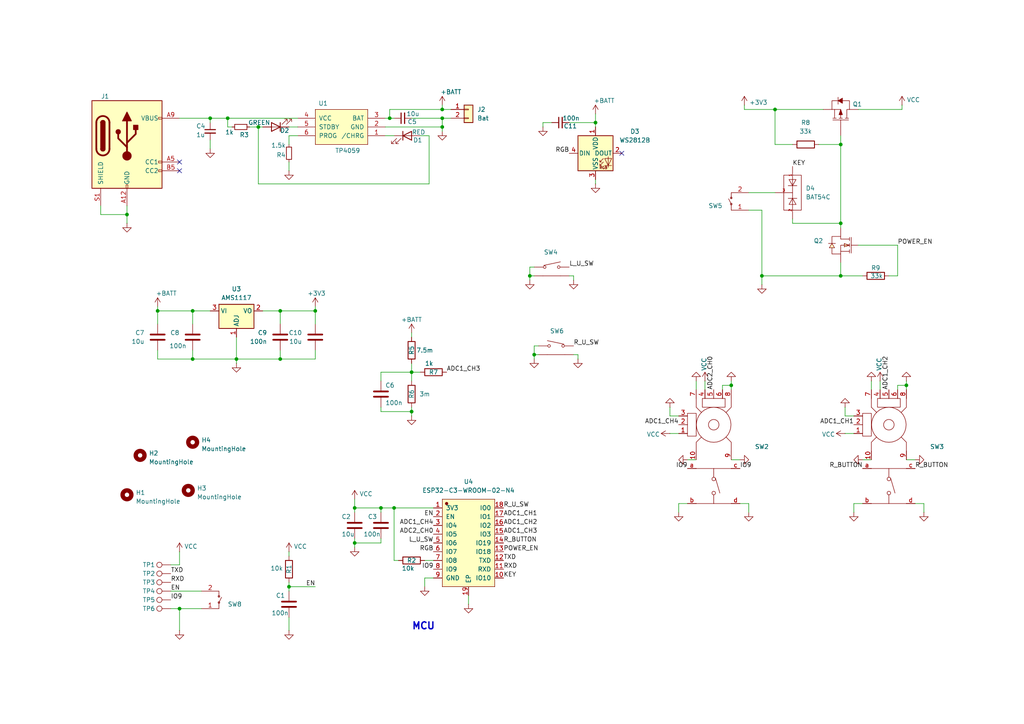
<source format=kicad_sch>
(kicad_sch (version 20231120) (generator "eeschema") (generator_version "8.0")
  (paper "A4")
  (lib_symbols
    (symbol "+3V3_1" (power) (pin_numbers hide) (pin_names (offset 0) hide)
      (property "Value" "+3V3" (at 0 3.556 0))
      (symbol "+3V3_1_1_1"
        (pin power_in line (at 0 0 90) (length 0) (name "~") (number "1"))
      )
    )
    (symbol "Connector:TestPoint" (pin_numbers hide) (pin_names (offset 0.762) hide)
      (property "Reference" "TP" (at 0 6.858 0))
      (property "Value" "TestPoint" (at 0 5.08 0))
      (symbol "TestPoint_1_1"
        (pin passive line (at 0 0 90) (length 2.54) (name "1") (number "1"))
      )
    )
    (symbol "Connector:USB_C_Receptacle_PowerOnly_6P" (pin_names (offset 1.016))
      (property "Reference" "J" (at 0 16.51 0))
      (property "Value" "USB_C_Receptacle_PowerOnly_6P" (at 0 13.97 0))
      (symbol "USB_C_Receptacle_PowerOnly_6P_1_1"
        (pin passive line (at 0 -17.78 90) (length 5.08) (name "GND") (number "A12"))
        (pin bidirectional line (at 15.24 -5.08 180) (length 5.08) (name "CC1") (number "A5"))
        (pin passive line (at 15.24 7.62 180) (length 5.08) (name "VBUS") (number "A9"))
        (pin passive line (at 0 -17.78 90) (length 5.08) hide (name "GND") (number "B12"))
        (pin bidirectional line (at 15.24 -7.62 180) (length 5.08) (name "CC2") (number "B5"))
        (pin passive line (at 15.24 7.62 180) (length 5.08) hide (name "VBUS") (number "B9"))
        (pin passive line (at -7.62 -17.78 90) (length 5.08) (name "SHIELD") (number "S1"))
      )
    )
    (symbol "Connector_Generic:Conn_01x02" (pin_names (offset 1.016) hide)
      (property "Reference" "J" (at 0 2.54 0))
      (property "Value" "Conn_01x02" (at 0 -5.08 0))
      (symbol "Conn_01x02_1_1"
        (pin passive line (at -5.08 0 0) (length 3.81) (name "Pin_1") (number "1"))
        (pin passive line (at -5.08 -2.54 0) (length 3.81) (name "Pin_2") (number "2"))
      )
    )
    (symbol "Device:C" (pin_numbers hide) (pin_names (offset 0.254))
      (property "Reference" "C" (at 0.635 2.54 0))
      (property "Value" "C" (at 0.635 -2.54 0))
      (symbol "C_1_1"
        (pin passive line (at 0 3.81 270) (length 2.794) (name "~") (number "1"))
        (pin passive line (at 0 -3.81 90) (length 2.794) (name "~") (number "2"))
      )
    )
    (symbol "Device:C_Small" (pin_numbers hide) (pin_names (offset 0.254) hide)
      (property "Reference" "C" (at 0.254 1.778 0))
      (property "Value" "C_Small" (at 0.254 -2.032 0))
      (symbol "C_Small_1_1"
        (pin passive line (at 0 2.54 270) (length 2.032) (name "~") (number "1"))
        (pin passive line (at 0 -2.54 90) (length 2.032) (name "~") (number "2"))
      )
    )
    (symbol "Device:LED" (pin_numbers hide) (pin_names (offset 1.016) hide)
      (property "Reference" "D" (at 0 2.54 0))
      (property "Value" "LED" (at 0 -2.54 0))
      (symbol "LED_1_1"
        (pin passive line (at -3.81 0 0) (length 2.54) (name "K") (number "1"))
        (pin passive line (at 3.81 0 180) (length 2.54) (name "A") (number "2"))
      )
    )
    (symbol "Device:R" (pin_numbers hide) (pin_names (offset 0))
      (property "Reference" "R" (at 2.032 0 90))
      (property "Value" "R" (at 0 0 90))
      (symbol "R_1_1"
        (pin passive line (at 0 3.81 270) (length 1.27) (name "~") (number "1"))
        (pin passive line (at 0 -3.81 90) (length 1.27) (name "~") (number "2"))
      )
    )
    (symbol "Device:R_Small" (pin_numbers hide) (pin_names (offset 0.254) hide)
      (property "Reference" "R" (at 0.762 0.508 0))
      (property "Value" "R_Small" (at 0.762 -1.016 0))
      (symbol "R_Small_1_1"
        (pin passive line (at 0 2.54 270) (length 0.762) (name "~") (number "1"))
        (pin passive line (at 0 -2.54 90) (length 0.762) (name "~") (number "2"))
      )
    )
    (symbol "LED:WS2812B" (pin_names (offset 0.254))
      (property "Reference" "D" (at 5.08 5.715 0))
      (property "Value" "WS2812B" (at 1.27 -5.715 0))
      (symbol "WS2812B_0_0"
        (text "RGB" (at 2.286 -4.191 0) (effects (font (size 0.762 0.762))))
      )
      (symbol "WS2812B_1_1"
        (pin power_in line (at 0 7.62 270) (length 2.54) (name "VDD") (number "1"))
        (pin output line (at 7.62 0 180) (length 2.54) (name "DOUT") (number "2"))
        (pin power_in line (at 0 -7.62 90) (length 2.54) (name "VSS") (number "3"))
        (pin input line (at -7.62 0 0) (length 2.54) (name "DIN") (number "4"))
      )
    )
    (symbol "Mechanical:MountingHole" (pin_names (offset 1.016))
      (property "Reference" "H" (at 0 5.08 0))
      (property "Value" "MountingHole" (at 0 3.175 0))
    )
    (symbol "Regulator_Linear:AMS1117"
      (property "Reference" "U" (at -3.81 3.175 0))
      (property "Value" "AMS1117" (at 0 3.175 0))
      (symbol "AMS1117_1_1"
        (pin input line (at 0 -7.62 90) (length 2.54) (name "ADJ") (number "1"))
        (pin power_out line (at 7.62 0 180) (length 2.54) (name "VO") (number "2"))
        (pin power_in line (at -7.62 0 0) (length 2.54) (name "VI") (number "3"))
      )
    )
    (symbol "bat_rf:AO3401" (pin_numbers hide) (pin_names (offset 1.016) hide)
      (property "Reference" "Q" (at 0 8.001 0))
      (property "Value" "AO3401" (at 0 13.081 0))
      (symbol "AO3401_1_1"
        (pin input line (at -5.08 0 0) (length 2.54) (name "G") (number "1"))
        (pin input line (at 2.54 -5.08 90) (length 2.54) (name "S") (number "2"))
        (pin input line (at 2.54 5.08 270) (length 2.54) (name "D") (number "3"))
      )
    )
    (symbol "bat_rf:AllPower__AP2300" (pin_numbers hide) (pin_names (offset 1.016) hide)
      (property "Reference" "Q" (at 0 7.874 0))
      (property "Value" "AllPower__AP2300" (at 0 12.954 0))
      (symbol "AllPower__AP2300_1_1"
        (pin input line (at -5.08 0 0) (length 2.032) (name "G") (number "1"))
        (pin input line (at 0 -5.08 90) (length 2.54) (name "S") (number "2"))
        (pin input line (at 0 5.08 270) (length 2.54) (name "D") (number "3"))
      )
    )
    (symbol "bat_rf:BAT54C" (pin_names (offset 1.016) hide)
      (property "Reference" "D" (at 0 5.08 0))
      (property "Value" "BAT54C" (at 0 10.16 0))
      (symbol "BAT54C_1_1"
        (pin input line (at -7.62 0 0) (length 5.08) (name "A") (number "1"))
        (pin input line (at 7.62 0 180) (length 5.08) (name "A") (number "2"))
        (pin input line (at 0 -5.08 90) (length 5.08) (name "C") (number "3"))
      )
    )
    (symbol "espController:ESP32-C3-WROOM-02-N4" (pin_names (offset 1.016))
      (property "Reference" "U" (at 0 16.5862 0))
      (property "Value" "ESP32-C3-WROOM-02-N4" (at 0 21.6662 0))
      (symbol "ESP32-C3-WROOM-02-N4_1_1"
        (pin input line (at -10.16 11.43 0) (length 2.54) (name "3V3") (number "1"))
        (pin input line (at 10.16 -8.89 180) (length 2.54) (name "IO10") (number "10"))
        (pin input line (at 10.16 -6.35 180) (length 2.54) (name "RXD") (number "11"))
        (pin input line (at 10.16 -3.81 180) (length 2.54) (name "TXD") (number "12"))
        (pin input line (at 10.16 -1.27 180) (length 2.54) (name "IO18") (number "13"))
        (pin input line (at 10.16 1.27 180) (length 2.54) (name "IO19") (number "14"))
        (pin input line (at 10.16 3.81 180) (length 2.54) (name "IO3") (number "15"))
        (pin input line (at 10.16 6.35 180) (length 2.54) (name "IO2") (number "16"))
        (pin input line (at 10.16 8.89 180) (length 2.54) (name "IO1") (number "17"))
        (pin input line (at 10.16 11.43 180) (length 2.54) (name "IO0") (number "18"))
        (pin input line (at 0 -13.97 90) (length 2.54) (name "EP") (number "19"))
        (pin input line (at -10.16 8.89 0) (length 2.54) (name "EN") (number "2"))
        (pin input line (at -10.16 6.35 0) (length 2.54) (name "IO4") (number "3"))
        (pin input line (at -10.16 3.81 0) (length 2.54) (name "IO5") (number "4"))
        (pin input line (at -10.16 1.27 0) (length 2.54) (name "IO6") (number "5"))
        (pin input line (at -10.16 -1.27 0) (length 2.54) (name "IO7") (number "6"))
        (pin input line (at -10.16 -3.81 0) (length 2.54) (name "IO8") (number "7"))
        (pin input line (at -10.16 -6.35 0) (length 2.54) (name "IO9") (number "8"))
        (pin input line (at -10.16 -8.89 0) (length 2.54) (name "GND") (number "9"))
      )
    )
    (symbol "espController:RKJXV1224005" (pin_names (offset 1.016) hide)
      (property "Reference" "SW" (at 0 19.558 0))
      (property "Value" "RKJXV1224005" (at 0 24.638 0))
      (symbol "RKJXV1224005_1_1"
        (pin input line (at -8.89 3.81 0) (length 2.54) (name "B") (number "1"))
        (pin input line (at -3.81 -3.81 90) (length 2.54) (name "GND") (number "10"))
        (pin input line (at -8.89 6.35 0) (length 2.54) (name "DTA") (number "2"))
        (pin input line (at -8.89 8.89 0) (length 2.54) (name "A") (number "3"))
        (pin input line (at -1.27 16.51 270) (length 2.54) (name "A") (number "4"))
        (pin input line (at 1.27 16.51 270) (length 2.54) (name "DTA") (number "5"))
        (pin input line (at 3.81 16.51 270) (length 2.54) (name "B") (number "6"))
        (pin input line (at -3.81 16.51 270) (length 2.54) (name "GND") (number "7"))
        (pin input line (at 6.35 16.51 270) (length 2.54) (name "GND") (number "8"))
        (pin input line (at 6.35 -3.81 90) (length 2.54) (name "GND") (number "9"))
        (pin input line (at -6.35 -6.35 0) (length 2.54) (name "a") (number "a"))
        (pin input line (at -6.35 -16.51 0) (length 2.54) (name "b") (number "b"))
        (pin input line (at 8.89 -6.35 180) (length 2.54) (name "c") (number "c"))
        (pin input line (at 8.89 -16.51 180) (length 2.54) (name "d") (number "d"))
      )
    )
    (symbol "espController:TC-1102N-C-AS-B" (pin_numbers hide) (pin_names (offset 1.016) hide)
      (property "Reference" "SW" (at 0 4.064 0))
      (property "Value" "TC-1102N-C-AS-B" (at 0 9.144 0))
      (symbol "TC-1102N-C-AS-B_1_1"
        (pin input line (at -5.08 0 0) (length 2.54) (name "1") (number "1"))
        (pin input line (at 5.08 0 180) (length 2.54) (name "2") (number "2"))
        (pin input line (at 5.08 -2.54 180) (length 2.54) (name "3") (number "3"))
        (pin input line (at -5.08 -2.54 0) (length 2.54) (name "4") (number "4"))
      )
    )
    (symbol "espController:TP4059" (pin_names (offset 1.016))
      (property "Reference" "U" (at 0 7.747 0))
      (property "Value" "TP4059" (at 0 12.827 0))
      (symbol "TP4059_1_1"
        (pin input line (at -12.7 2.54 0) (length 5.08) (name "/CHRG") (number "1"))
        (pin input line (at -12.7 0 0) (length 5.08) (name "GND") (number "2"))
        (pin input line (at -12.7 -2.54 0) (length 5.08) (name "BAT") (number "3"))
        (pin input line (at 12.7 -2.54 180) (length 5.08) (name "VCC") (number "4"))
        (pin input line (at 12.7 0 180) (length 5.08) (name "STDBY") (number "5"))
        (pin input line (at 12.7 2.54 180) (length 5.08) (name "PROG") (number "6"))
      )
    )
    (symbol "espController:TS-1199A-B-B" (pin_names (offset 1.016) hide)
      (property "Reference" "SW" (at 0 7.747 0))
      (property "Value" "TS-1199A-B-B" (at 0 12.827 0))
      (symbol "TS-1199A-B-B_1_1"
        (pin input line (at -5.08 2.54 0) (length 5.08) (name "1") (number "1"))
        (pin input line (at -5.08 -2.54 0) (length 5.08) (name "2") (number "2"))
      )
    )
    (symbol "power:+3V3" (power) (pin_numbers hide) (pin_names (offset 0) hide)
      (property "Value" "+3V3" (at 0 3.556 0))
      (symbol "+3V3_1_1"
        (pin power_in line (at 0 0 90) (length 0) (name "~") (number "1"))
      )
    )
    (symbol "power:+BATT" (power) (pin_names (offset 0))
      (property "Value" "+BATT" (at 0 3.556 0))
      (symbol "+BATT_1_1"
        (pin power_in line (at 0 0 90) (length 0) hide (name "+BATT") (number "1"))
      )
    )
    (symbol "power:GND" (power) (pin_numbers hide) (pin_names (offset 0) hide)
      (property "Value" "GND" (at 0 -3.81 0))
      (symbol "GND_1_1"
        (pin power_in line (at 0 0 270) (length 0) (name "~") (number "1"))
      )
    )
    (symbol "power:VCC" (power) (pin_numbers hide) (pin_names (offset 0) hide)
      (property "Value" "VCC" (at 0 3.556 0))
      (symbol "VCC_1_1"
        (pin power_in line (at 0 0 90) (length 0) (name "~") (number "1"))
      )
    )
  )
  (junction (at 128.27 34.29))
  (junction (at 262.89 111.76))
  (junction (at 55.88 90.17))
  (junction (at 60.96 34.29))
  (junction (at 68.58 104.14))
  (junction (at 114.3 147.32))
  (junction (at 81.28 104.14))
  (junction (at 119.38 119.38))
  (junction (at 243.84 64.77))
  (junction (at 243.84 41.91))
  (junction (at 212.09 111.76))
  (junction (at 119.38 107.95))
  (junction (at 153.67 80.01))
  (junction (at 154.94 102.87))
  (junction (at 102.87 147.32))
  (junction (at 102.87 157.48))
  (junction (at 110.49 147.32))
  (junction (at 113.03 34.29))
  (junction (at 81.28 90.17))
  (junction (at 83.82 170.18))
  (junction (at 74.93 36.83))
  (junction (at 172.72 35.56))
  (junction (at 66.04 34.29))
  (junction (at 220.98 80.01))
  (junction (at 243.84 80.01))
  (junction (at 45.72 90.17))
  (junction (at 52.07 176.53))
  (junction (at 128.27 36.83))
  (junction (at 36.83 62.23))
  (junction (at 91.44 90.17))
  (junction (at 224.79 31.75))
  (junction (at 55.88 104.14))
  (junction (at 128.27 31.75))
  (no_connect (at 52.07 46.99))
  (no_connect (at 180.34 44.45))
  (no_connect (at 52.07 49.53))
  (wire (pts (xy 196.85 146.05) (xy 196.85 148.59)))
  (wire (pts (xy 29.21 62.23) (xy 36.83 62.23)))
  (wire (pts (xy 91.44 90.17) (xy 91.44 93.98)))
  (wire (pts (xy 81.28 104.14) (xy 68.58 104.14)))
  (wire (pts (xy 252.73 133.35) (xy 250.19 133.35)))
  (wire (pts (xy 243.84 41.91) (xy 237.49 41.91)))
  (wire (pts (xy 91.44 88.9) (xy 91.44 90.17)))
  (wire (pts (xy 172.72 35.56) (xy 165.1 35.56)))
  (wire (pts (xy 52.07 176.53) (xy 52.07 182.88)))
  (wire (pts (xy 165.1 80.01) (xy 166.37 80.01)))
  (wire (pts (xy 255.27 110.49) (xy 255.27 113.03)))
  (wire (pts (xy 166.37 102.87) (xy 167.64 102.87)))
  (wire (pts (xy 172.72 52.07) (xy 172.72 53.34)))
  (wire (pts (xy 36.83 62.23) (xy 36.83 64.77)))
  (wire (pts (xy 245.11 120.65) (xy 245.11 118.11)))
  (wire (pts (xy 194.31 120.65) (xy 196.85 120.65)))
  (wire (pts (xy 45.72 93.98) (xy 45.72 90.17)))
  (wire (pts (xy 119.38 34.29) (xy 128.27 34.29)))
  (wire (pts (xy 45.72 101.6) (xy 45.72 104.14)))
  (wire (pts (xy 91.44 104.14) (xy 81.28 104.14)))
  (wire (pts (xy 215.9 31.75) (xy 215.9 30.48)))
  (wire (pts (xy 52.07 34.29) (xy 60.96 34.29)))
  (wire (pts (xy 113.03 31.75) (xy 113.03 34.29)))
  (wire (pts (xy 220.98 80.01) (xy 220.98 82.55)))
  (wire (pts (xy 247.65 146.05) (xy 250.19 146.05)))
  (wire (pts (xy 111.76 39.37) (xy 114.3 39.37)))
  (wire (pts (xy 153.67 80.01) (xy 153.67 81.28)))
  (wire (pts (xy 157.48 35.56) (xy 160.02 35.56)))
  (wire (pts (xy 110.49 118.11) (xy 110.49 119.38)))
  (wire (pts (xy 45.72 90.17) (xy 55.88 90.17)))
  (wire (pts (xy 83.82 170.18) (xy 83.82 171.45)))
  (wire (pts (xy 45.72 104.14) (xy 55.88 104.14)))
  (wire (pts (xy 55.88 90.17) (xy 60.96 90.17)))
  (wire (pts (xy 130.81 31.75) (xy 128.27 31.75)))
  (wire (pts (xy 214.63 146.05) (xy 217.17 146.05)))
  (wire (pts (xy 224.79 31.75) (xy 215.9 31.75)))
  (wire (pts (xy 55.88 104.14) (xy 68.58 104.14)))
  (wire (pts (xy 220.98 60.96) (xy 217.17 60.96)))
  (wire (pts (xy 128.27 34.29) (xy 128.27 36.83)))
  (wire (pts (xy 119.38 120.65) (xy 119.38 119.38)))
  (wire (pts (xy 119.38 107.95) (xy 119.38 110.49)))
  (wire (pts (xy 261.62 31.75) (xy 261.62 30.48)))
  (wire (pts (xy 81.28 101.6) (xy 81.28 104.14)))
  (wire (pts (xy 83.82 36.83) (xy 86.36 36.83)))
  (wire (pts (xy 243.84 39.37) (xy 243.84 41.91)))
  (wire (pts (xy 220.98 80.01) (xy 243.84 80.01)))
  (wire (pts (xy 243.84 76.2) (xy 243.84 80.01)))
  (wire (pts (xy 224.79 41.91) (xy 224.79 31.75)))
  (wire (pts (xy 238.76 31.75) (xy 224.79 31.75)))
  (wire (pts (xy 76.2 90.17) (xy 81.28 90.17)))
  (wire (pts (xy 245.11 125.73) (xy 247.65 125.73)))
  (wire (pts (xy 45.72 88.9) (xy 45.72 90.17)))
  (wire (pts (xy 74.93 36.83) (xy 76.2 36.83)))
  (wire (pts (xy 110.49 110.49) (xy 110.49 107.95)))
  (wire (pts (xy 72.39 36.83) (xy 74.93 36.83)))
  (wire (pts (xy 196.85 146.05) (xy 199.39 146.05)))
  (wire (pts (xy 267.97 146.05) (xy 267.97 148.59)))
  (wire (pts (xy 49.53 176.53) (xy 52.07 176.53)))
  (wire (pts (xy 154.94 100.33) (xy 154.94 102.87)))
  (wire (pts (xy 110.49 119.38) (xy 119.38 119.38)))
  (wire (pts (xy 260.35 111.76) (xy 262.89 111.76)))
  (wire (pts (xy 49.53 171.45) (xy 58.42 171.45)))
  (wire (pts (xy 81.28 90.17) (xy 81.28 93.98)))
  (wire (pts (xy 157.48 35.56) (xy 157.48 36.83)))
  (wire (pts (xy 229.87 63.5) (xy 229.87 64.77)))
  (wire (pts (xy 153.67 77.47) (xy 154.94 77.47)))
  (wire (pts (xy 119.38 96.52) (xy 119.38 97.79)))
  (wire (pts (xy 81.28 90.17) (xy 91.44 90.17)))
  (wire (pts (xy 248.92 31.75) (xy 261.62 31.75)))
  (wire (pts (xy 172.72 33.02) (xy 172.72 35.56)))
  (wire (pts (xy 111.76 36.83) (xy 128.27 36.83)))
  (wire (pts (xy 91.44 101.6) (xy 91.44 104.14)))
  (wire (pts (xy 110.49 157.48) (xy 102.87 157.48)))
  (wire (pts (xy 243.84 80.01) (xy 250.19 80.01)))
  (wire (pts (xy 83.82 160.02) (xy 83.82 161.29)))
  (wire (pts (xy 119.38 107.95) (xy 121.92 107.95)))
  (wire (pts (xy 52.07 176.53) (xy 58.42 176.53)))
  (wire (pts (xy 154.94 100.33) (xy 156.21 100.33)))
  (wire (pts (xy 60.96 34.29) (xy 66.04 34.29)))
  (wire (pts (xy 153.67 80.01) (xy 154.94 80.01)))
  (wire (pts (xy 102.87 156.21) (xy 102.87 157.48)))
  (wire (pts (xy 194.31 125.73) (xy 196.85 125.73)))
  (wire (pts (xy 260.35 80.01) (xy 260.35 71.12)))
  (wire (pts (xy 83.82 179.07) (xy 83.82 182.88)))
  (wire (pts (xy 212.09 111.76) (xy 212.09 110.49)))
  (wire (pts (xy 60.96 40.64) (xy 60.96 43.18)))
  (wire (pts (xy 83.82 46.99) (xy 83.82 49.53)))
  (wire (pts (xy 167.64 102.87) (xy 167.64 104.14)))
  (wire (pts (xy 123.19 162.56) (xy 125.73 162.56)))
  (wire (pts (xy 212.09 133.35) (xy 214.63 133.35)))
  (wire (pts (xy 74.93 53.34) (xy 74.93 36.83)))
  (wire (pts (xy 243.84 64.77) (xy 243.84 66.04)))
  (wire (pts (xy 209.55 111.76) (xy 212.09 111.76)))
  (wire (pts (xy 60.96 34.29) (xy 60.96 35.56)))
  (wire (pts (xy 124.46 53.34) (xy 124.46 39.37)))
  (wire (pts (xy 83.82 168.91) (xy 83.82 170.18)))
  (wire (pts (xy 102.87 147.32) (xy 102.87 148.59)))
  (wire (pts (xy 128.27 31.75) (xy 113.03 31.75)))
  (wire (pts (xy 123.19 167.64) (xy 125.73 167.64)))
  (wire (pts (xy 111.76 34.29) (xy 113.03 34.29)))
  (wire (pts (xy 262.89 133.35) (xy 265.43 133.35)))
  (wire (pts (xy 110.49 156.21) (xy 110.49 157.48)))
  (wire (pts (xy 66.04 36.83) (xy 66.04 34.29)))
  (wire (pts (xy 262.89 113.03) (xy 262.89 111.76)))
  (wire (pts (xy 68.58 97.79) (xy 68.58 104.14)))
  (wire (pts (xy 229.87 64.77) (xy 243.84 64.77)))
  (wire (pts (xy 217.17 55.88) (xy 224.79 55.88)))
  (wire (pts (xy 110.49 147.32) (xy 110.49 148.59)))
  (wire (pts (xy 194.31 120.65) (xy 194.31 118.11)))
  (wire (pts (xy 128.27 34.29) (xy 130.81 34.29)))
  (wire (pts (xy 119.38 105.41) (xy 119.38 107.95)))
  (wire (pts (xy 102.87 157.48) (xy 102.87 158.75)))
  (wire (pts (xy 204.47 110.49) (xy 204.47 113.03)))
  (wire (pts (xy 83.82 39.37) (xy 83.82 41.91)))
  (wire (pts (xy 128.27 30.48) (xy 128.27 31.75)))
  (wire (pts (xy 212.09 113.03) (xy 212.09 111.76)))
  (wire (pts (xy 67.31 36.83) (xy 66.04 36.83)))
  (wire (pts (xy 260.35 113.03) (xy 260.35 111.76)))
  (wire (pts (xy 36.83 59.69) (xy 36.83 62.23)))
  (wire (pts (xy 229.87 41.91) (xy 224.79 41.91)))
  (wire (pts (xy 252.73 113.03) (xy 252.73 110.49)))
  (wire (pts (xy 83.82 170.18) (xy 91.44 170.18)))
  (wire (pts (xy 113.03 34.29) (xy 114.3 34.29)))
  (wire (pts (xy 29.21 59.69) (xy 29.21 62.23)))
  (wire (pts (xy 201.93 133.35) (xy 199.39 133.35)))
  (wire (pts (xy 123.19 167.64) (xy 123.19 170.18)))
  (wire (pts (xy 86.36 39.37) (xy 83.82 39.37)))
  (wire (pts (xy 217.17 146.05) (xy 217.17 148.59)))
  (wire (pts (xy 128.27 36.83) (xy 128.27 38.1)))
  (wire (pts (xy 153.67 77.47) (xy 153.67 80.01)))
  (wire (pts (xy 247.65 146.05) (xy 247.65 148.59)))
  (wire (pts (xy 166.37 80.01) (xy 166.37 81.28)))
  (wire (pts (xy 220.98 60.96) (xy 220.98 80.01)))
  (wire (pts (xy 52.07 160.02) (xy 52.07 163.83)))
  (wire (pts (xy 55.88 101.6) (xy 55.88 104.14)))
  (wire (pts (xy 154.94 102.87) (xy 156.21 102.87)))
  (wire (pts (xy 55.88 93.98) (xy 55.88 90.17)))
  (wire (pts (xy 201.93 113.03) (xy 201.93 110.49)))
  (wire (pts (xy 262.89 111.76) (xy 262.89 110.49)))
  (wire (pts (xy 265.43 146.05) (xy 267.97 146.05)))
  (wire (pts (xy 119.38 119.38) (xy 119.38 118.11)))
  (wire (pts (xy 114.3 162.56) (xy 115.57 162.56)))
  (wire (pts (xy 114.3 147.32) (xy 114.3 162.56)))
  (wire (pts (xy 124.46 39.37) (xy 121.92 39.37)))
  (wire (pts (xy 66.04 34.29) (xy 86.36 34.29)))
  (wire (pts (xy 243.84 41.91) (xy 243.84 64.77)))
  (wire (pts (xy 135.89 172.72) (xy 135.89 175.26)))
  (wire (pts (xy 49.53 163.83) (xy 52.07 163.83)))
  (wire (pts (xy 68.58 104.14) (xy 68.58 105.41)))
  (wire (pts (xy 110.49 147.32) (xy 114.3 147.32)))
  (wire (pts (xy 172.72 36.83) (xy 172.72 35.56)))
  (wire (pts (xy 257.81 80.01) (xy 260.35 80.01)))
  (wire (pts (xy 248.92 71.12) (xy 260.35 71.12)))
  (wire (pts (xy 114.3 147.32) (xy 125.73 147.32)))
  (wire (pts (xy 245.11 120.65) (xy 247.65 120.65)))
  (wire (pts (xy 102.87 144.78) (xy 102.87 147.32)))
  (wire (pts (xy 154.94 102.87) (xy 154.94 104.14)))
  (wire (pts (xy 110.49 147.32) (xy 102.87 147.32)))
  (wire (pts (xy 209.55 113.03) (xy 209.55 111.76)))
  (wire (pts (xy 74.93 53.34) (xy 124.46 53.34)))
  (wire (pts (xy 110.49 107.95) (xy 119.38 107.95)))
  (text "MCU" (at 119.38 182.88 0) (effects (font (size 2 2) (thickness 0.4) (bold yes)) (justify left bottom)))
  (label "ADC2_CH0" (at 207.01 113.03 90))
  (label "IO9" (at 125.73 165.1 180))
  (label "IO9" (at 199.39 135.89 180))
  (label "RGB" (at 125.73 160.02 180))
  (label "POWER_EN" (at 260.35 71.12 0))
  (label "RXD" (at 146.05 165.1 0))
  (label "ADC1_CH2" (at 257.81 113.03 90))
  (label "RXD" (at 49.53 168.91 0))
  (label "EN" (at 49.53 171.45 0))
  (label "EN" (at 91.44 170.18 180))
  (label "ADC1_CH4" (at 125.73 152.4 180))
  (label "L_U_SW" (at 165.1 77.47 0))
  (label "R_U_SW" (at 146.05 147.32 0))
  (label "KEY" (at 146.05 167.64 0))
  (label "R_U_SW" (at 166.37 100.33 0))
  (label "RGB" (at 165.1 44.45 180))
  (label "ADC1_CH1" (at 247.65 123.19 180))
  (label "TXD" (at 49.53 166.37 0))
  (label "IO9" (at 214.63 135.89 0))
  (label "ADC1_CH3" (at 146.05 154.94 0))
  (label "POWER_EN" (at 146.05 160.02 0))
  (label "TXD" (at 146.05 162.56 0))
  (label "KEY" (at 229.87 48.26 0))
  (label "ADC2_CH0" (at 125.73 154.94 180))
  (label "EN" (at 125.73 149.86 180))
  (label "R_BUTTON" (at 250.19 135.89 180))
  (label "ADC1_CH4" (at 196.85 123.19 180))
  (label "R_BUTTON" (at 146.05 157.48 0))
  (label "ADC1_CH2" (at 146.05 152.4 0))
  (label "IO9" (at 49.53 173.99 0))
  (label "R_BUTTON" (at 265.43 135.89 0))
  (label "L_U_SW" (at 125.73 157.48 180))
  (label "ADC1_CH1" (at 146.05 149.86 0))
  (label "ADC1_CH3" (at 129.54 107.95 0))
  (symbol (lib_id "Connector_Generic:Conn_01x02") (at 135.89 31.75 0) (unit 1)
    (property "Reference" "J2" (at 138.43 31.7499 0) (effects (justify left)))
    (property "Value" "Bat" (at 138.43 34.2899 0) (effects (justify left)))
    (property "Footprint" "espController:CONN-SMD_2P-P2.54-XH2.54-WT" (effects (hide yes)))
    (property "Description" "Generic connector, single row, 01x02, script generated (kicad-library-utils/schlib/autogen/connector/)" (effects (hide yes)))
  )
  (symbol (lib_name "+3V3_1") (lib_id "power:+3V3") (at 215.9 30.48 0) (unit 1)
    (property "Reference" "#PWR043" (effects (hide yes)))
    (property "Value" "+3V3" (at 219.964 29.718 0))
    (property "Description" "Power symbol creates a global label with name \"+3V3\"" (effects (hide yes)))
  )
  (symbol (lib_id "Mechanical:MountingHole") (at 54.61 142.24 0) (unit 1)
    (property "Reference" "H3" (at 57.15 141.605 0) (effects (justify left)))
    (property "Value" "MountingHole" (at 57.15 144.145 0) (effects (justify left)))
    (property "Footprint" "MountingHole:MountingHole_2.2mm_M2_Pad" (effects (hide yes)))
  )
  (symbol (lib_id "espController:TS-1199A-B-B") (at 63.5 173.99 0) (mirror x) (unit 1)
    (property "Reference" "SW8" (at 66.04 175.2601 0) (effects (justify left)))
    (property "Value" "TS-1199A-B-B" (effects (hide yes)))
    (property "Footprint" "espController:SW-SMD_L6.0-W6.0-P6.00-LS6.6" (effects (hide yes)))
    (property "Datasheet" "http://www.szlcsc.com/product/details_724359.html" (effects (hide yes)))
    (property "Description" "C692476" (effects (hide yes)))
    (property "uuid" "std:a8f90e8ccef74c11ad070f97756e49fb" (effects (hide yes)))
  )
  (symbol (lib_id "Mechanical:MountingHole") (at 40.64 132.08 0) (unit 1)
    (property "Reference" "H2" (at 43.18 131.445 0) (effects (justify left)))
    (property "Value" "MountingHole" (at 43.18 133.985 0) (effects (justify left)))
    (property "Footprint" "MountingHole:MountingHole_2.2mm_M2_Pad" (effects (hide yes)))
  )
  (symbol (lib_id "Connector:TestPoint") (at 49.53 168.91 90) (unit 1)
    (property "Reference" "TP3" (at 43.18 168.91 90))
    (property "Value" "TestPoint" (effects (hide yes)))
    (property "Footprint" "TestPoint:TestPoint_Pad_D1.0mm" (effects (hide yes)))
  )
  (symbol (lib_id "Device:R_Small") (at 69.85 36.83 90) (unit 1)
    (property "Reference" "R3" (at 70.866 39.116 90))
    (property "Value" "1k" (at 66.548 38.354 90))
    (property "Footprint" "Resistor_SMD:R_0603_1608Metric_Pad0.98x0.95mm_HandSolder" (effects (hide yes)))
    (property "Description" "Resistor, small symbol" (effects (hide yes)))
  )
  (symbol (lib_id "power:GND") (at 157.48 36.83 0) (unit 1)
    (property "Reference" "#PWR040" (effects (hide yes)))
    (property "Value" "GND" (effects (hide yes)))
    (property "Description" "Power symbol creates a global label with name \"GND\" , ground" (effects (hide yes)))
  )
  (symbol (lib_id "power:GND") (at 214.63 133.35 90) (unit 1)
    (property "Reference" "#PWR036" (effects (hide yes)))
    (property "Value" "GND" (effects (hide yes)))
    (property "Description" "Power symbol creates a global label with name \"GND\" , ground" (effects (hide yes)))
  )
  (symbol (lib_id "Connector:TestPoint") (at 49.53 176.53 90) (unit 1)
    (property "Reference" "TP6" (at 43.18 176.53 90))
    (property "Value" "TestPoint" (effects (hide yes)))
    (property "Footprint" "TestPoint:TestPoint_Pad_D1.0mm" (effects (hide yes)))
  )
  (symbol (lib_id "espController:ESP32-C3-WROOM-02-N4") (at 135.89 158.75 0) (unit 1)
    (property "Reference" "U4" (at 135.89 139.7 0))
    (property "Value" "ESP32-C3-WROOM-02-N4" (at 135.89 142.24 0))
    (property "Footprint" "espController:ESP32-C3-WROOM-02" (effects (hide yes)))
    (property "Description" "C9900000362" (effects (hide yes)))
    (property "uuid" "std:80e57613425b46c2881201d76cb7a63c" (effects (hide yes)))
  )
  (symbol (lib_id "power:VCC") (at 255.27 110.49 0) (unit 1)
    (property "Reference" "#PWR034" (effects (hide yes)))
    (property "Value" "VCC" (at 255.016 105.664 90))
    (property "Description" "Power symbol creates a global label with name \"VCC\"" (effects (hide yes)))
  )
  (symbol (lib_id "power:GND") (at 196.85 148.59 0) (unit 1)
    (property "Reference" "#PWR031" (effects (hide yes)))
    (property "Value" "GND" (effects (hide yes)))
    (property "Description" "Power symbol creates a global label with name \"GND\" , ground" (effects (hide yes)))
  )
  (symbol (lib_id "power:VCC") (at 102.87 144.78 0) (unit 1)
    (property "Reference" "#PWR01" (effects (hide yes)))
    (property "Value" "VCC" (at 106.172 143.256 0))
    (property "Description" "Power symbol creates a global label with name \"VCC\"" (effects (hide yes)))
  )
  (symbol (lib_id "power:GND") (at 154.94 104.14 0) (unit 1)
    (property "Reference" "#PWR018" (effects (hide yes)))
    (property "Value" "GND" (effects (hide yes)))
    (property "Description" "Power symbol creates a global label with name \"GND\" , ground" (effects (hide yes)))
  )
  (symbol (lib_id "espController:TS-1199A-B-B") (at 212.09 58.42 180) (unit 1)
    (property "Reference" "SW5" (at 209.55 59.6901 0) (effects (justify left)))
    (property "Value" "TS-1199A-B-B" (effects (hide yes)))
    (property "Footprint" "espController:SW-SMD_L6.0-W6.0-P6.00-LS6.6" (effects (hide yes)))
    (property "Datasheet" "http://www.szlcsc.com/product/details_724359.html" (effects (hide yes)))
    (property "Description" "C692476" (effects (hide yes)))
    (property "uuid" "std:a8f90e8ccef74c11ad070f97756e49fb" (effects (hide yes)))
  )
  (symbol (lib_id "Device:R") (at 254 80.01 90) (unit 1)
    (property "Reference" "R9" (at 254 77.724 90))
    (property "Value" "33k" (at 254.254 80.01 90))
    (property "Footprint" "Resistor_SMD:R_0603_1608Metric_Pad0.98x0.95mm_HandSolder" (effects (hide yes)))
    (property "Description" "Resistor" (effects (hide yes)))
  )
  (symbol (lib_id "Device:R") (at 119.38 162.56 270) (unit 1)
    (property "Reference" "R2" (at 119.38 162.56 90))
    (property "Value" "10k" (at 118.364 164.846 90))
    (property "Footprint" "Resistor_SMD:R_0603_1608Metric_Pad0.98x0.95mm_HandSolder" (effects (hide yes)))
  )
  (symbol (lib_id "power:GND") (at 83.82 49.53 0) (unit 1)
    (property "Reference" "#PWR011" (effects (hide yes)))
    (property "Value" "GND" (effects (hide yes)))
    (property "Description" "Power symbol creates a global label with name \"GND\" , ground" (effects (hide yes)))
  )
  (symbol (lib_id "power:GND") (at 247.65 148.59 0) (unit 1)
    (property "Reference" "#PWR020" (effects (hide yes)))
    (property "Value" "GND" (effects (hide yes)))
    (property "Description" "Power symbol creates a global label with name \"GND\" , ground" (effects (hide yes)))
  )
  (symbol (lib_id "espController:TP4059") (at 99.06 36.83 180) (unit 1)
    (property "Reference" "U1" (at 93.726 29.972 0))
    (property "Value" "TP4059" (at 100.838 43.688 0))
    (property "Footprint" "espController:SOT-23-6_L2.9-W1.6-P0.95-LS2.8-BR" (effects (hide yes)))
    (property "Datasheet" "http://www.szlcsc.com/product/details_81510.html" (effects (hide yes)))
    (property "Description" "C80364" (effects (hide yes)))
    (property "uuid" "std:c0a8683e471825146d81476b16429dcb" (effects (hide yes)))
  )
  (symbol (lib_id "Device:C") (at 110.49 114.3 0) (unit 1)
    (property "Reference" "C6" (at 111.76 111.76 0) (effects (justify left)))
    (property "Value" "100n" (at 111.76 116.84 0) (effects (justify left)))
    (property "Footprint" "Capacitor_SMD:C_0603_1608Metric_Pad1.08x0.95mm_HandSolder" (effects (hide yes)))
  )
  (symbol (lib_id "Device:LED") (at 118.11 39.37 0) (unit 1)
    (property "Reference" "D1" (at 121.158 40.64 0))
    (property "Value" "RED" (at 121.412 38.354 0))
    (property "Footprint" "LED_SMD:LED_0603_1608Metric_Pad1.05x0.95mm_HandSolder" (effects (hide yes)))
    (property "Description" "Light emitting diode" (effects (hide yes)))
  )
  (symbol (lib_id "power:GND") (at 102.87 158.75 0) (unit 1)
    (property "Reference" "#PWR09" (effects (hide yes)))
    (property "Value" "GND" (effects (hide yes)))
    (property "Description" "Power symbol creates a global label with name \"GND\" , ground" (effects (hide yes)))
  )
  (symbol (lib_id "Device:C") (at 102.87 152.4 0) (unit 1)
    (property "Reference" "C2" (at 99.06 149.86 0) (effects (justify left)))
    (property "Value" "10u" (at 99.06 154.94 0) (effects (justify left)))
    (property "Footprint" "Capacitor_SMD:C_0805_2012Metric_Pad1.18x1.45mm_HandSolder" (effects (hide yes)))
  )
  (symbol (lib_id "Connector:TestPoint") (at 49.53 166.37 90) (unit 1)
    (property "Reference" "TP2" (at 43.18 166.37 90))
    (property "Value" "TestPoint" (effects (hide yes)))
    (property "Footprint" "TestPoint:TestPoint_Pad_D1.0mm" (effects (hide yes)))
  )
  (symbol (lib_id "power:GND") (at 60.96 43.18 0) (unit 1)
    (property "Reference" "#PWR012" (effects (hide yes)))
    (property "Value" "GND" (effects (hide yes)))
    (property "Description" "Power symbol creates a global label with name \"GND\" , ground" (effects (hide yes)))
  )
  (symbol (lib_id "power:+BATT") (at 119.38 96.52 0) (unit 1)
    (property "Reference" "#PWR038" (effects (hide yes)))
    (property "Value" "+BATT" (at 119.38 92.71 0))
  )
  (symbol (lib_id "Device:C") (at 83.82 175.26 0) (unit 1)
    (property "Reference" "C1" (at 80.01 172.72 0) (effects (justify left)))
    (property "Value" "100n" (at 78.74 177.8 0) (effects (justify left)))
    (property "Footprint" "Capacitor_SMD:C_0603_1608Metric_Pad1.08x0.95mm_HandSolder" (effects (hide yes)))
  )
  (symbol (lib_id "Device:C_Small") (at 116.84 34.29 90) (unit 1)
    (property "Reference" "C5" (at 120.904 35.306 90) (effects (justify left)))
    (property "Value" "10u" (at 121.666 33.02 90) (effects (justify left)))
    (property "Footprint" "Capacitor_SMD:C_0805_2012Metric_Pad1.18x1.45mm_HandSolder" (effects (hide yes)))
    (property "Description" "Unpolarized capacitor, small symbol" (effects (hide yes)))
  )
  (symbol (lib_id "Mechanical:MountingHole") (at 55.88 128.27 0) (unit 1)
    (property "Reference" "H4" (at 58.42 127.635 0) (effects (justify left)))
    (property "Value" "MountingHole" (at 58.42 130.175 0) (effects (justify left)))
    (property "Footprint" "MountingHole:MountingHole_2.2mm_M2_Pad" (effects (hide yes)))
  )
  (symbol (lib_id "Device:R") (at 119.38 101.6 180) (unit 1)
    (property "Reference" "R5" (at 119.38 101.6 90))
    (property "Value" "7.5m" (at 123.19 101.6 0))
    (property "Footprint" "Resistor_SMD:R_0603_1608Metric_Pad0.98x0.95mm_HandSolder" (effects (hide yes)))
  )
  (symbol (lib_id "power:VCC") (at 52.07 160.02 0) (unit 1)
    (property "Reference" "#PWR05" (effects (hide yes)))
    (property "Value" "VCC" (at 55.372 158.496 0))
    (property "Description" "Power symbol creates a global label with name \"VCC\"" (effects (hide yes)))
  )
  (symbol (lib_id "Device:LED") (at 80.01 36.83 180) (unit 1)
    (property "Reference" "D2" (at 82.55 37.846 0))
    (property "Value" "GREEN" (at 75.184 35.56 0))
    (property "Footprint" "LED_SMD:LED_0603_1608Metric_Pad1.05x0.95mm_HandSolder" (effects (hide yes)))
    (property "Description" "Light emitting diode" (effects (hide yes)))
  )
  (symbol (lib_id "power:VCC") (at 83.82 160.02 0) (unit 1)
    (property "Reference" "#PWR03" (effects (hide yes)))
    (property "Value" "VCC" (at 87.122 158.496 0))
    (property "Description" "Power symbol creates a global label with name \"VCC\"" (effects (hide yes)))
  )
  (symbol (lib_id "power:GND") (at 212.09 110.49 180) (unit 1)
    (property "Reference" "#PWR035" (effects (hide yes)))
    (property "Value" "GND" (effects (hide yes)))
    (property "Description" "Power symbol creates a global label with name \"GND\" , ground" (effects (hide yes)))
  )
  (symbol (lib_id "Connector:TestPoint") (at 49.53 171.45 90) (unit 1)
    (property "Reference" "TP4" (at 43.18 171.45 90))
    (property "Value" "TestPoint" (effects (hide yes)))
    (property "Footprint" "TestPoint:TestPoint_Pad_D1.0mm" (effects (hide yes)))
  )
  (symbol (lib_id "power:VCC") (at 245.11 125.73 90) (unit 1)
    (property "Reference" "#PWR030" (effects (hide yes)))
    (property "Value" "VCC" (at 240.284 125.984 90))
    (property "Description" "Power symbol creates a global label with name \"VCC\"" (effects (hide yes)))
  )
  (symbol (lib_id "power:GND") (at 166.37 81.28 0) (unit 1)
    (property "Reference" "#PWR017" (effects (hide yes)))
    (property "Value" "GND" (effects (hide yes)))
    (property "Description" "Power symbol creates a global label with name \"GND\" , ground" (effects (hide yes)))
  )
  (symbol (lib_id "power:GND") (at 83.82 182.88 0) (unit 1)
    (property "Reference" "#PWR04" (effects (hide yes)))
    (property "Value" "GND" (effects (hide yes)))
    (property "Description" "Power symbol creates a global label with name \"GND\" , ground" (effects (hide yes)))
  )
  (symbol (lib_id "espController:RKJXV1224005") (at 205.74 129.54 0) (unit 1)
    (property "Reference" "SW2" (at 220.98 129.5714 0))
    (property "Value" "RKJXV1224005" (effects (hide yes)))
    (property "Footprint" "espController:SW-TH_RKJXV1224005" (effects (hide yes)))
    (property "Datasheet" "http://www.szlcsc.com/product/details_157502.html" (effects (hide yes)))
    (property "Description" "C146170" (effects (hide yes)))
    (property "uuid" "std:95521bddf2bc42b6b3a97ee0acf25854" (effects (hide yes)))
  )
  (symbol (lib_id "power:GND") (at 68.58 105.41 0) (unit 1)
    (property "Reference" "#PWR07" (effects (hide yes)))
    (property "Value" "GND" (effects (hide yes)))
    (property "Description" "Power symbol creates a global label with name \"GND\" , ground" (effects (hide yes)))
  )
  (symbol (lib_id "power:GND") (at 128.27 38.1 0) (unit 1)
    (property "Reference" "#PWR015" (effects (hide yes)))
    (property "Value" "GND" (effects (hide yes)))
    (property "Description" "Power symbol creates a global label with name \"GND\" , ground" (effects (hide yes)))
  )
  (symbol (lib_id "Regulator_Linear:AMS1117") (at 68.58 90.17 0) (unit 1)
    (property "Reference" "U3" (at 68.58 83.82 0))
    (property "Value" "AMS1117" (at 68.58 86.36 0))
    (property "Footprint" "Package_TO_SOT_SMD:SOT-89-3_Handsoldering" (effects (hide yes)))
    (property "Datasheet" "http://www.advanced-monolithic.com/pdf/ds1117.pdf" (effects (hide yes)))
    (property "Description" "1A Low Dropout regulator, positive, adjustable output, SOT-223" (effects (hide yes)))
  )
  (symbol (lib_id "espController:RKJXV1224005") (at 256.54 129.54 0) (unit 1)
    (property "Reference" "SW3" (at 271.78 129.5714 0))
    (property "Value" "RKJXV1224005" (effects (hide yes)))
    (property "Footprint" "espController:SW-TH_RKJXV1224005" (effects (hide yes)))
    (property "Datasheet" "http://www.szlcsc.com/product/details_157502.html" (effects (hide yes)))
    (property "Description" "C146170" (effects (hide yes)))
    (property "uuid" "std:95521bddf2bc42b6b3a97ee0acf25854" (effects (hide yes)))
  )
  (symbol (lib_id "power:GND") (at 201.93 110.49 180) (unit 1)
    (property "Reference" "#PWR033" (effects (hide yes)))
    (property "Value" "GND" (effects (hide yes)))
    (property "Description" "Power symbol creates a global label with name \"GND\" , ground" (effects (hide yes)))
  )
  (symbol (lib_id "power:GND") (at 245.11 118.11 180) (unit 1)
    (property "Reference" "#PWR024" (effects (hide yes)))
    (property "Value" "GND" (effects (hide yes)))
    (property "Description" "Power symbol creates a global label with name \"GND\" , ground" (effects (hide yes)))
  )
  (symbol (lib_id "power:+BATT") (at 45.72 88.9 0) (unit 1)
    (property "Reference" "#PWR014" (effects (hide yes)))
    (property "Value" "+BATT" (at 48.26 85.09 0))
  )
  (symbol (lib_id "Device:R") (at 83.82 165.1 180) (unit 1)
    (property "Reference" "R1" (at 83.82 165.1 90))
    (property "Value" "10k" (at 80.264 164.846 0))
    (property "Footprint" "Resistor_SMD:R_0603_1608Metric_Pad0.98x0.95mm_HandSolder" (effects (hide yes)))
  )
  (symbol (lib_id "Mechanical:MountingHole") (at 36.83 143.51 0) (unit 1)
    (property "Reference" "H1" (at 39.37 142.875 0) (effects (justify left)))
    (property "Value" "MountingHole" (at 39.37 145.415 0) (effects (justify left)))
    (property "Footprint" "MountingHole:MountingHole_2.2mm_M2_Pad" (effects (hide yes)))
  )
  (symbol (lib_id "power:GND") (at 267.97 148.59 0) (unit 1)
    (property "Reference" "#PWR021" (effects (hide yes)))
    (property "Value" "GND" (effects (hide yes)))
    (property "Description" "Power symbol creates a global label with name \"GND\" , ground" (effects (hide yes)))
  )
  (symbol (lib_id "Connector:TestPoint") (at 49.53 163.83 90) (unit 1)
    (property "Reference" "TP1" (at 43.18 163.83 90))
    (property "Value" "TestPoint" (effects (hide yes)))
    (property "Footprint" "TestPoint:TestPoint_Pad_D1.0mm" (effects (hide yes)))
  )
  (symbol (lib_id "bat_rf:AO3401") (at 243.84 34.29 270) (mirror x) (unit 1)
    (property "Reference" "Q1" (at 248.666 30.226 90))
    (property "Value" "AO3401" (effects (hide yes)))
    (property "Footprint" "Package_TO_SOT_SMD:SOT-23" (effects (hide yes)))
    (property "uuid" "std:1d021f4bc6c5468aaba0abf4dcc18d2e" (effects (hide yes)))
  )
  (symbol (lib_id "power:GND") (at 252.73 110.49 180) (unit 1)
    (property "Reference" "#PWR027" (effects (hide yes)))
    (property "Value" "GND" (effects (hide yes)))
    (property "Description" "Power symbol creates a global label with name \"GND\" , ground" (effects (hide yes)))
  )
  (symbol (lib_id "Device:R") (at 125.73 107.95 270) (unit 1)
    (property "Reference" "R7" (at 125.73 107.95 90))
    (property "Value" "1k" (at 124.46 105.41 90))
    (property "Footprint" "Resistor_SMD:R_0603_1608Metric_Pad0.98x0.95mm_HandSolder" (effects (hide yes)))
  )
  (symbol (lib_id "power:GND") (at 153.67 81.28 0) (unit 1)
    (property "Reference" "#PWR016" (effects (hide yes)))
    (property "Value" "GND" (effects (hide yes)))
    (property "Description" "Power symbol creates a global label with name \"GND\" , ground" (effects (hide yes)))
  )
  (symbol (lib_id "power:GND") (at 250.19 133.35 270) (unit 1)
    (property "Reference" "#PWR023" (effects (hide yes)))
    (property "Value" "GND" (effects (hide yes)))
    (property "Description" "Power symbol creates a global label with name \"GND\" , ground" (effects (hide yes)))
  )
  (symbol (lib_id "power:GND") (at 119.38 120.65 0) (unit 1)
    (property "Reference" "#PWR039" (effects (hide yes)))
    (property "Value" "GND" (effects (hide yes)))
    (property "Description" "Power symbol creates a global label with name \"GND\" , ground" (effects (hide yes)))
  )
  (symbol (lib_id "bat_rf:AllPower__AP2300") (at 243.84 71.12 0) (mirror y) (unit 1)
    (property "Reference" "Q2" (at 238.76 69.8499 0) (effects (justify left)))
    (property "Value" "AllPower__AP2300" (effects (hide yes)))
    (property "Footprint" "Package_TO_SOT_SMD:SOT-23" (effects (hide yes)))
    (property "uuid" "std:bd0fde95392c40fbb9757f9bd0e373e7" (effects (hide yes)))
  )
  (symbol (lib_id "bat_rf:BAT54C") (at 229.87 55.88 270) (unit 1)
    (property "Reference" "D4" (at 233.68 54.6099 90) (effects (justify left)))
    (property "Value" "BAT54C" (at 233.68 57.1499 90) (effects (justify left)))
    (property "Footprint" "Package_TO_SOT_SMD:SOT-23" (effects (hide yes)))
    (property "uuid" "std:8cdfb27cc5264b72ac1ca27212968e2c" (effects (hide yes)))
  )
  (symbol (lib_id "power:GND") (at 172.72 53.34 0) (unit 1)
    (property "Reference" "#PWR046" (effects (hide yes)))
    (property "Value" "GND" (effects (hide yes)))
    (property "Description" "Power symbol creates a global label with name \"GND\" , ground" (effects (hide yes)))
  )
  (symbol (lib_id "Device:R") (at 233.68 41.91 90) (unit 1)
    (property "Reference" "R8" (at 233.68 35.56 90))
    (property "Value" "33k" (at 233.68 38.1 90))
    (property "Footprint" "Resistor_SMD:R_0603_1608Metric_Pad0.98x0.95mm_HandSolder" (effects (hide yes)))
    (property "Description" "Resistor" (effects (hide yes)))
  )
  (symbol (lib_id "Device:R") (at 119.38 114.3 180) (unit 1)
    (property "Reference" "R6" (at 119.38 114.3 90))
    (property "Value" "3m" (at 123.19 114.3 0))
    (property "Footprint" "Resistor_SMD:R_0603_1608Metric_Pad0.98x0.95mm_HandSolder" (effects (hide yes)))
  )
  (symbol (lib_id "Connector:TestPoint") (at 49.53 173.99 90) (unit 1)
    (property "Reference" "TP5" (at 43.18 173.99 90))
    (property "Value" "TestPoint" (effects (hide yes)))
    (property "Footprint" "TestPoint:TestPoint_Pad_D1.0mm" (effects (hide yes)))
  )
  (symbol (lib_id "power:VCC") (at 261.62 30.48 0) (unit 1)
    (property "Reference" "#PWR047" (effects (hide yes)))
    (property "Value" "VCC" (at 264.922 28.956 0))
    (property "Description" "Power symbol creates a global label with name \"VCC\"" (effects (hide yes)))
  )
  (symbol (lib_id "Device:C") (at 110.49 152.4 0) (unit 1)
    (property "Reference" "C3" (at 106.68 149.86 0) (effects (justify left)))
    (property "Value" "100n" (at 105.41 154.94 0) (effects (justify left)))
    (property "Footprint" "Capacitor_SMD:C_0603_1608Metric_Pad1.08x0.95mm_HandSolder" (effects (hide yes)))
  )
  (symbol (lib_id "power:GND") (at 194.31 118.11 180) (unit 1)
    (property "Reference" "#PWR029" (effects (hide yes)))
    (property "Value" "GND" (effects (hide yes)))
    (property "Description" "Power symbol creates a global label with name \"GND\" , ground" (effects (hide yes)))
  )
  (symbol (lib_id "power:+BATT") (at 172.72 33.02 0) (unit 1)
    (property "Reference" "#PWR044" (effects (hide yes)))
    (property "Value" "+BATT" (at 175.26 29.21 0))
  )
  (symbol (lib_id "Device:C") (at 81.28 97.79 0) (mirror y) (unit 1)
    (property "Reference" "C9" (at 77.47 96.5199 0) (effects (justify left)))
    (property "Value" "100n" (at 77.47 99.0599 0) (effects (justify left)))
    (property "Footprint" "Capacitor_SMD:C_0603_1608Metric_Pad1.08x0.95mm_HandSolder" (effects (hide yes)))
    (property "Description" "Unpolarized capacitor" (effects (hide yes)))
  )
  (symbol (lib_id "Connector:USB_C_Receptacle_PowerOnly_6P") (at 36.83 41.91 0) (unit 1)
    (property "Reference" "J1" (at 30.48 27.94 0))
    (property "Value" "USB_C_Receptacle_PowerOnly_6P" (effects (hide yes)))
    (property "Footprint" "bat_rf:USB-C-SMD_HX-TYPE-C-6PIN" (effects (hide yes)))
    (property "Datasheet" "https://www.usb.org/sites/default/files/documents/usb_type-c.zip" (effects (hide yes)))
  )
  (symbol (lib_id "power:VCC") (at 194.31 125.73 90) (unit 1)
    (property "Reference" "#PWR025" (effects (hide yes)))
    (property "Value" "VCC" (at 189.484 125.984 90))
    (property "Description" "Power symbol creates a global label with name \"VCC\"" (effects (hide yes)))
  )
  (symbol (lib_id "Device:C_Small") (at 60.96 38.1 0) (unit 1)
    (property "Reference" "C4" (at 56.896 36.576 0) (effects (justify left)))
    (property "Value" "1u" (at 56.896 39.116 0) (effects (justify left)))
    (property "Footprint" "Capacitor_SMD:C_0603_1608Metric_Pad1.08x0.95mm_HandSolder" (effects (hide yes)))
    (property "Description" "Unpolarized capacitor, small symbol" (effects (hide yes)))
  )
  (symbol (lib_id "Device:C_Small") (at 162.56 35.56 90) (unit 1)
    (property "Reference" "C11" (at 167.386 36.576 90) (effects (justify left)))
    (property "Value" "100n" (at 168.148 34.29 90) (effects (justify left)))
    (property "Footprint" "Capacitor_SMD:C_0603_1608Metric_Pad1.08x0.95mm_HandSolder" (effects (hide yes)))
    (property "Description" "Unpolarized capacitor, small symbol" (effects (hide yes)))
  )
  (symbol (lib_id "power:GND") (at 265.43 133.35 90) (unit 1)
    (property "Reference" "#PWR022" (effects (hide yes)))
    (property "Value" "GND" (effects (hide yes)))
    (property "Description" "Power symbol creates a global label with name \"GND\" , ground" (effects (hide yes)))
  )
  (symbol (lib_id "Device:C") (at 55.88 97.79 0) (mirror y) (unit 1)
    (property "Reference" "C8" (at 52.07 96.5199 0) (effects (justify left)))
    (property "Value" "100n" (at 54.102 100.33 0) (effects (justify left)))
    (property "Footprint" "Capacitor_SMD:C_0603_1608Metric_Pad1.08x0.95mm_HandSolder" (effects (hide yes)))
    (property "Description" "Unpolarized capacitor" (effects (hide yes)))
  )
  (symbol (lib_id "Device:R_Small") (at 83.82 44.45 180) (unit 1)
    (property "Reference" "R4" (at 81.534 44.958 0))
    (property "Value" "1.5k" (at 80.772 42.164 0))
    (property "Footprint" "Resistor_SMD:R_0603_1608Metric_Pad0.98x0.95mm_HandSolder" (effects (hide yes)))
    (property "Description" "Resistor, small symbol" (effects (hide yes)))
  )
  (symbol (lib_id "power:GND") (at 123.19 170.18 0) (unit 1)
    (property "Reference" "#PWR06" (effects (hide yes)))
    (property "Value" "GND" (effects (hide yes)))
    (property "Description" "Power symbol creates a global label with name \"GND\" , ground" (effects (hide yes)))
  )
  (symbol (lib_id "Device:C") (at 45.72 97.79 0) (mirror y) (unit 1)
    (property "Reference" "C7" (at 41.91 96.5199 0) (effects (justify left)))
    (property "Value" "10u" (at 41.91 99.0599 0) (effects (justify left)))
    (property "Footprint" "Capacitor_SMD:C_0805_2012Metric_Pad1.18x1.45mm_HandSolder" (effects (hide yes)))
    (property "Description" "Unpolarized capacitor" (effects (hide yes)))
  )
  (symbol (lib_id "power:GND") (at 262.89 110.49 180) (unit 1)
    (property "Reference" "#PWR028" (effects (hide yes)))
    (property "Value" "GND" (effects (hide yes)))
    (property "Description" "Power symbol creates a global label with name \"GND\" , ground" (effects (hide yes)))
  )
  (symbol (lib_id "power:GND") (at 52.07 182.88 0) (unit 1)
    (property "Reference" "#PWR02" (effects (hide yes)))
    (property "Value" "GND" (effects (hide yes)))
    (property "Description" "Power symbol creates a global label with name \"GND\" , ground" (effects (hide yes)))
  )
  (symbol (lib_id "espController:TC-1102N-C-AS-B") (at 160.02 77.47 0) (mirror y) (unit 1)
    (property "Reference" "SW4" (at 159.766 73.152 0))
    (property "Value" "TC-1102N-C-AS-B" (effects (hide yes)))
    (property "Footprint" "espController:SW-TH_TC-1102N-C-AS-B" (effects (hide yes)))
    (property "Datasheet" "http://www.szlcsc.com/product/details_393914.html" (effects (hide yes)))
    (property "Description" "C406151" (effects (hide yes)))
    (property "uuid" "std:62ddec029f9448109c55e50d5022673b" (effects (hide yes)))
  )
  (symbol (lib_id "espController:TC-1102N-C-AS-B") (at 161.29 100.33 0) (unit 1)
    (property "Reference" "SW6" (at 161.544 96.012 0))
    (property "Value" "TC-1102N-C-AS-B" (effects (hide yes)))
    (property "Footprint" "espController:SW-TH_TC-1102N-C-AS-B" (effects (hide yes)))
    (property "Datasheet" "http://www.szlcsc.com/product/details_393914.html" (effects (hide yes)))
    (property "Description" "C406151" (effects (hide yes)))
    (property "uuid" "std:62ddec029f9448109c55e50d5022673b" (effects (hide yes)))
  )
  (symbol (lib_id "Device:C") (at 91.44 97.79 0) (mirror y) (unit 1)
    (property "Reference" "C10" (at 87.63 96.5199 0) (effects (justify left)))
    (property "Value" "10u" (at 87.63 99.0599 0) (effects (justify left)))
    (property "Footprint" "Capacitor_SMD:C_0805_2012Metric_Pad1.18x1.45mm_HandSolder" (effects (hide yes)))
    (property "Description" "Unpolarized capacitor" (effects (hide yes)))
  )
  (symbol (lib_id "power:VCC") (at 204.47 110.49 0) (unit 1)
    (property "Reference" "#PWR026" (effects (hide yes)))
    (property "Value" "VCC" (at 204.216 105.664 90))
    (property "Description" "Power symbol creates a global label with name \"VCC\"" (effects (hide yes)))
  )
  (symbol (lib_id "LED:WS2812B") (at 172.72 44.45 0) (unit 1)
    (property "Reference" "D3" (at 184.15 38.1314 0))
    (property "Value" "WS2812B" (at 184.15 40.6714 0))
    (property "Footprint" "LED_SMD:LED_WS2812B_PLCC4_5.0x5.0mm_P3.2mm" (effects (hide yes)))
    (property "Datasheet" "https://cdn-shop.adafruit.com/datasheets/WS2812B.pdf" (effects (hide yes)))
    (property "Description" "RGB LED with integrated controller" (effects (hide yes)))
  )
  (symbol (lib_id "power:GND") (at 217.17 148.59 0) (unit 1)
    (property "Reference" "#PWR037" (effects (hide yes)))
    (property "Value" "GND" (effects (hide yes)))
    (property "Description" "Power symbol creates a global label with name \"GND\" , ground" (effects (hide yes)))
  )
  (symbol (lib_id "power:GND") (at 167.64 104.14 0) (unit 1)
    (property "Reference" "#PWR019" (effects (hide yes)))
    (property "Value" "GND" (effects (hide yes)))
    (property "Description" "Power symbol creates a global label with name \"GND\" , ground" (effects (hide yes)))
  )
  (symbol (lib_id "power:+3V3") (at 91.44 88.9 0) (unit 1)
    (property "Reference" "#PWR042" (effects (hide yes)))
    (property "Value" "+3V3" (at 89.154 85.09 0) (effects (justify left)))
    (property "Description" "Power symbol creates a global label with name \"+3V3\"" (effects (hide yes)))
  )
  (symbol (lib_id "power:GND") (at 199.39 133.35 270) (unit 1)
    (property "Reference" "#PWR032" (effects (hide yes)))
    (property "Value" "GND" (effects (hide yes)))
    (property "Description" "Power symbol creates a global label with name \"GND\" , ground" (effects (hide yes)))
  )
  (symbol (lib_id "power:GND") (at 220.98 82.55 0) (mirror y) (unit 1)
    (property "Reference" "#PWR013" (effects (hide yes)))
    (property "Value" "GND" (effects (hide yes)))
    (property "Description" "Power symbol creates a global label with name \"GND\" , ground" (effects (hide yes)))
  )
  (symbol (lib_id "power:GND") (at 135.89 175.26 0) (unit 1)
    (property "Reference" "#PWR08" (effects (hide yes)))
    (property "Value" "GND" (effects (hide yes)))
    (property "Description" "Power symbol creates a global label with name \"GND\" , ground" (effects (hide yes)))
  )
  (symbol (lib_id "power:GND") (at 36.83 64.77 0) (unit 1)
    (property "Reference" "#PWR010" (effects (hide yes)))
    (property "Value" "GND" (effects (hide yes)))
    (property "Description" "Power symbol creates a global label with name \"GND\" , ground" (effects (hide yes)))
  )
  (symbol (lib_id "power:+BATT") (at 128.27 30.48 0) (unit 1)
    (property "Reference" "#PWR041" (effects (hide yes)))
    (property "Value" "+BATT" (at 130.81 26.67 0))
  )
)
</source>
